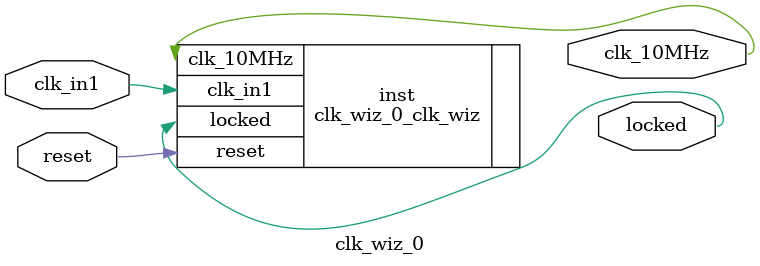
<source format=v>


`timescale 1ps/1ps

(* CORE_GENERATION_INFO = "clk_wiz_0,clk_wiz_v6_0_5_0_0,{component_name=clk_wiz_0,use_phase_alignment=true,use_min_o_jitter=false,use_max_i_jitter=false,use_dyn_phase_shift=false,use_inclk_switchover=false,use_dyn_reconfig=false,enable_axi=0,feedback_source=FDBK_AUTO,PRIMITIVE=MMCM,num_out_clk=1,clkin1_period=10.000,clkin2_period=10.000,use_power_down=false,use_reset=true,use_locked=true,use_inclk_stopped=false,feedback_type=SINGLE,CLOCK_MGR_TYPE=NA,manual_override=false}" *)

module clk_wiz_0 
 (
  // Clock out ports
  output        clk_10MHz,
  // Status and control signals
  input         reset,
  output        locked,
 // Clock in ports
  input         clk_in1
 );

  clk_wiz_0_clk_wiz inst
  (
  // Clock out ports  
  .clk_10MHz(clk_10MHz),
  // Status and control signals               
  .reset(reset), 
  .locked(locked),
 // Clock in ports
  .clk_in1(clk_in1)
  );

endmodule

</source>
